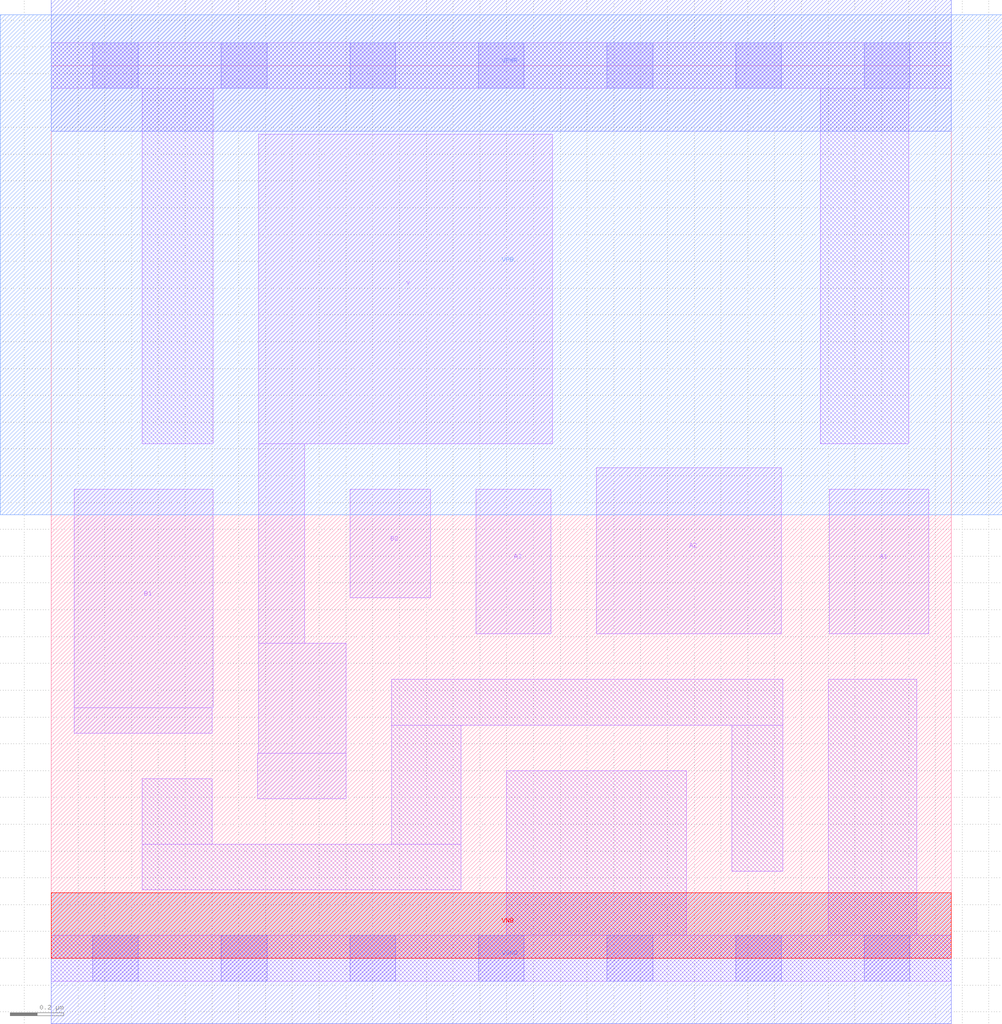
<source format=lef>
# Copyright 2020 The SkyWater PDK Authors
#
# Licensed under the Apache License, Version 2.0 (the "License");
# you may not use this file except in compliance with the License.
# You may obtain a copy of the License at
#
#     https://www.apache.org/licenses/LICENSE-2.0
#
# Unless required by applicable law or agreed to in writing, software
# distributed under the License is distributed on an "AS IS" BASIS,
# WITHOUT WARRANTIES OR CONDITIONS OF ANY KIND, either express or implied.
# See the License for the specific language governing permissions and
# limitations under the License.
#
# SPDX-License-Identifier: Apache-2.0

VERSION 5.7 ;
  NOWIREEXTENSIONATPIN ON ;
  DIVIDERCHAR "/" ;
  BUSBITCHARS "[]" ;
MACRO sky130_fd_sc_lp__o32ai_1
  CLASS CORE ;
  FOREIGN sky130_fd_sc_lp__o32ai_1 ;
  ORIGIN  0.000000  0.000000 ;
  SIZE  3.360000 BY  3.330000 ;
  SYMMETRY X Y R90 ;
  SITE unit ;
  PIN A1
    ANTENNAGATEAREA  0.315000 ;
    DIRECTION INPUT ;
    USE SIGNAL ;
    PORT
      LAYER li1 ;
        RECT 2.905000 1.210000 3.275000 1.750000 ;
    END
  END A1
  PIN A2
    ANTENNAGATEAREA  0.315000 ;
    DIRECTION INPUT ;
    USE SIGNAL ;
    PORT
      LAYER li1 ;
        RECT 2.035000 1.210000 2.725000 1.830000 ;
    END
  END A2
  PIN A3
    ANTENNAGATEAREA  0.315000 ;
    DIRECTION INPUT ;
    USE SIGNAL ;
    PORT
      LAYER li1 ;
        RECT 1.585000 1.210000 1.865000 1.750000 ;
    END
  END A3
  PIN B1
    ANTENNAGATEAREA  0.315000 ;
    DIRECTION INPUT ;
    USE SIGNAL ;
    PORT
      LAYER li1 ;
        RECT 0.085000 0.840000 0.600000 0.935000 ;
        RECT 0.085000 0.935000 0.605000 1.750000 ;
    END
  END B1
  PIN B2
    ANTENNAGATEAREA  0.315000 ;
    DIRECTION INPUT ;
    USE SIGNAL ;
    PORT
      LAYER li1 ;
        RECT 1.115000 1.345000 1.415000 1.750000 ;
    END
  END B2
  PIN Y
    ANTENNADIFFAREA  1.146600 ;
    DIRECTION OUTPUT ;
    USE SIGNAL ;
    PORT
      LAYER li1 ;
        RECT 0.770000 0.595000 1.100000 0.765000 ;
        RECT 0.775000 0.765000 1.100000 1.175000 ;
        RECT 0.775000 1.175000 0.945000 1.920000 ;
        RECT 0.775000 1.920000 1.870000 3.075000 ;
    END
  END Y
  PIN VGND
    DIRECTION INOUT ;
    USE GROUND ;
    PORT
      LAYER met1 ;
        RECT 0.000000 -0.245000 3.360000 0.245000 ;
    END
  END VGND
  PIN VNB
    DIRECTION INOUT ;
    USE GROUND ;
    PORT
      LAYER pwell ;
        RECT 0.000000 0.000000 3.360000 0.245000 ;
    END
  END VNB
  PIN VPB
    DIRECTION INOUT ;
    USE POWER ;
    PORT
      LAYER nwell ;
        RECT -0.190000 1.655000 3.550000 3.520000 ;
    END
  END VPB
  PIN VPWR
    DIRECTION INOUT ;
    USE POWER ;
    PORT
      LAYER met1 ;
        RECT 0.000000 3.085000 3.360000 3.575000 ;
    END
  END VPWR
  OBS
    LAYER li1 ;
      RECT 0.000000 -0.085000 3.360000 0.085000 ;
      RECT 0.000000  3.245000 3.360000 3.415000 ;
      RECT 0.340000  0.255000 1.530000 0.425000 ;
      RECT 0.340000  0.425000 0.600000 0.670000 ;
      RECT 0.340000  1.920000 0.605000 3.245000 ;
      RECT 1.270000  0.425000 1.530000 0.870000 ;
      RECT 1.270000  0.870000 2.730000 1.040000 ;
      RECT 1.700000  0.085000 2.370000 0.700000 ;
      RECT 2.540000  0.325000 2.730000 0.870000 ;
      RECT 2.870000  1.920000 3.200000 3.245000 ;
      RECT 2.900000  0.085000 3.230000 1.040000 ;
    LAYER mcon ;
      RECT 0.155000 -0.085000 0.325000 0.085000 ;
      RECT 0.155000  3.245000 0.325000 3.415000 ;
      RECT 0.635000 -0.085000 0.805000 0.085000 ;
      RECT 0.635000  3.245000 0.805000 3.415000 ;
      RECT 1.115000 -0.085000 1.285000 0.085000 ;
      RECT 1.115000  3.245000 1.285000 3.415000 ;
      RECT 1.595000 -0.085000 1.765000 0.085000 ;
      RECT 1.595000  3.245000 1.765000 3.415000 ;
      RECT 2.075000 -0.085000 2.245000 0.085000 ;
      RECT 2.075000  3.245000 2.245000 3.415000 ;
      RECT 2.555000 -0.085000 2.725000 0.085000 ;
      RECT 2.555000  3.245000 2.725000 3.415000 ;
      RECT 3.035000 -0.085000 3.205000 0.085000 ;
      RECT 3.035000  3.245000 3.205000 3.415000 ;
  END
END sky130_fd_sc_lp__o32ai_1
END LIBRARY

</source>
